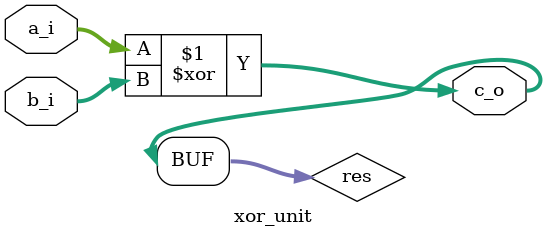
<source format=sv>
`include "alu_defs.svh"

module xor_unit #(
    parameter   DATA_WIDTH  =   32,
    parameter   ALU_KIND    =   0
) (
    // data_i
    input   logic[DATA_WIDTH-1:0]   a_i,
    input   logic[DATA_WIDTH-1:0]   b_i,
    // data_o
    output  logic[DATA_WIDTH-1:0]   c_o
);

logic [DATA_WIDTH-1:0] res;
// get xor of a_i & b_i
assign res = (a_i ^ b_i);

// set output
assign c_o = res[DATA_WIDTH-1:0];

endmodule

</source>
